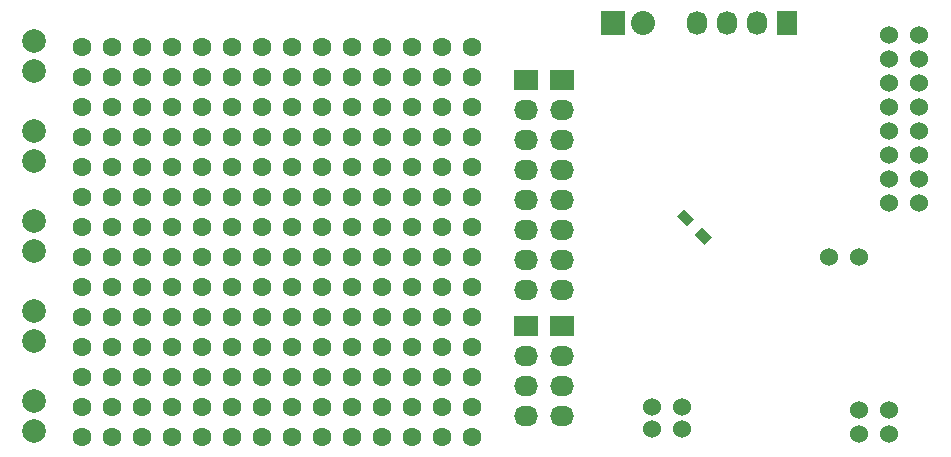
<source format=gbs>
G04 #@! TF.FileFunction,Soldermask,Bot*
%FSLAX46Y46*%
G04 Gerber Fmt 4.6, Leading zero omitted, Abs format (unit mm)*
G04 Created by KiCad (PCBNEW (2014-12-04 BZR 5312)-product) date 8/01/2015 8:05:32 PM*
%MOMM*%
G01*
G04 APERTURE LIST*
%ADD10C,0.100000*%
%ADD11C,1.600000*%
%ADD12R,2.032000X2.032000*%
%ADD13O,2.032000X2.032000*%
%ADD14R,2.032000X1.727200*%
%ADD15O,2.032000X1.727200*%
%ADD16C,1.524000*%
%ADD17R,1.727200X2.032000*%
%ADD18O,1.727200X2.032000*%
%ADD19C,1.998980*%
G04 APERTURE END LIST*
D10*
D11*
X152400000Y-60960000D03*
X154940000Y-60960000D03*
X152400000Y-63500000D03*
X154940000Y-63500000D03*
X121920000Y-86360000D03*
X124460000Y-86360000D03*
X127000000Y-86360000D03*
X129540000Y-86360000D03*
X121920000Y-88900000D03*
X124460000Y-88900000D03*
X127000000Y-88900000D03*
X129540000Y-88900000D03*
X121920000Y-91440000D03*
X124460000Y-91440000D03*
X127000000Y-91440000D03*
X129540000Y-91440000D03*
X121920000Y-93980000D03*
X124460000Y-93980000D03*
X127000000Y-93980000D03*
X129540000Y-93980000D03*
D12*
X166878000Y-58928000D03*
D13*
X169418000Y-58928000D03*
D14*
X159512000Y-63754000D03*
D15*
X159512000Y-66294000D03*
X159512000Y-68834000D03*
X159512000Y-71374000D03*
X159512000Y-73914000D03*
X159512000Y-76454000D03*
X159512000Y-78994000D03*
X159512000Y-81534000D03*
D14*
X162560000Y-63754000D03*
D15*
X162560000Y-66294000D03*
X162560000Y-68834000D03*
X162560000Y-71374000D03*
X162560000Y-73914000D03*
X162560000Y-76454000D03*
X162560000Y-78994000D03*
X162560000Y-81534000D03*
D16*
X192786000Y-59944000D03*
X190246000Y-59944000D03*
X192786000Y-61976000D03*
X190246000Y-61976000D03*
X192786000Y-64008000D03*
X190246000Y-64008000D03*
X192786000Y-66040000D03*
X190246000Y-66040000D03*
X192786000Y-68072000D03*
X190246000Y-68072000D03*
X192786000Y-70104000D03*
X190246000Y-70104000D03*
X192786000Y-72136000D03*
X190246000Y-72136000D03*
X192786000Y-74168000D03*
X190246000Y-74168000D03*
X185166000Y-78740000D03*
X187706000Y-78740000D03*
X170180000Y-91440000D03*
X172720000Y-91440000D03*
X170180000Y-93345000D03*
X172720000Y-93345000D03*
X187706000Y-91694000D03*
X190246000Y-91694000D03*
X187706000Y-93726000D03*
X190246000Y-93726000D03*
D10*
G36*
X172215721Y-75316117D02*
X172852117Y-74679721D01*
X173700645Y-75528249D01*
X173064249Y-76164645D01*
X172215721Y-75316117D01*
X172215721Y-75316117D01*
G37*
G36*
X173771355Y-76871751D02*
X174407751Y-76235355D01*
X175256279Y-77083883D01*
X174619883Y-77720279D01*
X173771355Y-76871751D01*
X173771355Y-76871751D01*
G37*
D14*
X159512000Y-84582000D03*
D15*
X159512000Y-87122000D03*
X159512000Y-89662000D03*
X159512000Y-92202000D03*
D14*
X162560000Y-84582000D03*
D15*
X162560000Y-87122000D03*
X162560000Y-89662000D03*
X162560000Y-92202000D03*
D17*
X181610000Y-58928000D03*
D18*
X179070000Y-58928000D03*
X176530000Y-58928000D03*
X173990000Y-58928000D03*
D19*
X117856000Y-60452000D03*
X117856000Y-68072000D03*
X117856000Y-75692000D03*
X117856000Y-83312000D03*
X117856000Y-90932000D03*
X117856000Y-62992000D03*
X117856000Y-70612000D03*
X117856000Y-78232000D03*
X117856000Y-85852000D03*
X117856000Y-93472000D03*
D11*
X121920000Y-76200000D03*
X124460000Y-76200000D03*
X127000000Y-76200000D03*
X129540000Y-76200000D03*
X121920000Y-78740000D03*
X124460000Y-78740000D03*
X127000000Y-78740000D03*
X129540000Y-78740000D03*
X121920000Y-81280000D03*
X124460000Y-81280000D03*
X127000000Y-81280000D03*
X129540000Y-81280000D03*
X121920000Y-83820000D03*
X124460000Y-83820000D03*
X127000000Y-83820000D03*
X129540000Y-83820000D03*
X121920000Y-66040000D03*
X124460000Y-66040000D03*
X127000000Y-66040000D03*
X129540000Y-66040000D03*
X121920000Y-68580000D03*
X124460000Y-68580000D03*
X127000000Y-68580000D03*
X129540000Y-68580000D03*
X121920000Y-71120000D03*
X124460000Y-71120000D03*
X127000000Y-71120000D03*
X129540000Y-71120000D03*
X121920000Y-73660000D03*
X124460000Y-73660000D03*
X127000000Y-73660000D03*
X129540000Y-73660000D03*
X132080000Y-66040000D03*
X134620000Y-66040000D03*
X137160000Y-66040000D03*
X139700000Y-66040000D03*
X132080000Y-68580000D03*
X134620000Y-68580000D03*
X137160000Y-68580000D03*
X139700000Y-68580000D03*
X132080000Y-71120000D03*
X134620000Y-71120000D03*
X137160000Y-71120000D03*
X139700000Y-71120000D03*
X132080000Y-73660000D03*
X134620000Y-73660000D03*
X137160000Y-73660000D03*
X139700000Y-73660000D03*
X132080000Y-76200000D03*
X134620000Y-76200000D03*
X137160000Y-76200000D03*
X139700000Y-76200000D03*
X132080000Y-78740000D03*
X134620000Y-78740000D03*
X137160000Y-78740000D03*
X139700000Y-78740000D03*
X132080000Y-81280000D03*
X134620000Y-81280000D03*
X137160000Y-81280000D03*
X139700000Y-81280000D03*
X132080000Y-83820000D03*
X134620000Y-83820000D03*
X137160000Y-83820000D03*
X139700000Y-83820000D03*
X132080000Y-86360000D03*
X134620000Y-86360000D03*
X137160000Y-86360000D03*
X139700000Y-86360000D03*
X132080000Y-88900000D03*
X134620000Y-88900000D03*
X137160000Y-88900000D03*
X139700000Y-88900000D03*
X132080000Y-91440000D03*
X134620000Y-91440000D03*
X137160000Y-91440000D03*
X139700000Y-91440000D03*
X132080000Y-93980000D03*
X134620000Y-93980000D03*
X137160000Y-93980000D03*
X139700000Y-93980000D03*
X142240000Y-66040000D03*
X144780000Y-66040000D03*
X147320000Y-66040000D03*
X149860000Y-66040000D03*
X142240000Y-68580000D03*
X144780000Y-68580000D03*
X147320000Y-68580000D03*
X149860000Y-68580000D03*
X142240000Y-71120000D03*
X144780000Y-71120000D03*
X147320000Y-71120000D03*
X149860000Y-71120000D03*
X142240000Y-73660000D03*
X144780000Y-73660000D03*
X147320000Y-73660000D03*
X149860000Y-73660000D03*
X142240000Y-76200000D03*
X144780000Y-76200000D03*
X147320000Y-76200000D03*
X149860000Y-76200000D03*
X142240000Y-78740000D03*
X144780000Y-78740000D03*
X147320000Y-78740000D03*
X149860000Y-78740000D03*
X142240000Y-81280000D03*
X144780000Y-81280000D03*
X147320000Y-81280000D03*
X149860000Y-81280000D03*
X142240000Y-83820000D03*
X144780000Y-83820000D03*
X147320000Y-83820000D03*
X149860000Y-83820000D03*
X142240000Y-86360000D03*
X144780000Y-86360000D03*
X147320000Y-86360000D03*
X149860000Y-86360000D03*
X142240000Y-88900000D03*
X144780000Y-88900000D03*
X147320000Y-88900000D03*
X149860000Y-88900000D03*
X142240000Y-91440000D03*
X144780000Y-91440000D03*
X147320000Y-91440000D03*
X149860000Y-91440000D03*
X142240000Y-93980000D03*
X144780000Y-93980000D03*
X147320000Y-93980000D03*
X149860000Y-93980000D03*
X121920000Y-60960000D03*
X124460000Y-60960000D03*
X127000000Y-60960000D03*
X129540000Y-60960000D03*
X121920000Y-63500000D03*
X124460000Y-63500000D03*
X127000000Y-63500000D03*
X129540000Y-63500000D03*
X132080000Y-60960000D03*
X134620000Y-60960000D03*
X137160000Y-60960000D03*
X139700000Y-60960000D03*
X132080000Y-63500000D03*
X134620000Y-63500000D03*
X137160000Y-63500000D03*
X139700000Y-63500000D03*
X142240000Y-60960000D03*
X144780000Y-60960000D03*
X147320000Y-60960000D03*
X149860000Y-60960000D03*
X142240000Y-63500000D03*
X144780000Y-63500000D03*
X147320000Y-63500000D03*
X149860000Y-63500000D03*
X152400000Y-93980000D03*
X152400000Y-91440000D03*
X152400000Y-88900000D03*
X152400000Y-86360000D03*
X154940000Y-93980000D03*
X154940000Y-91440000D03*
X154940000Y-88900000D03*
X154940000Y-86360000D03*
X152400000Y-83820000D03*
X152400000Y-81280000D03*
X152400000Y-78740000D03*
X152400000Y-76200000D03*
X154940000Y-83820000D03*
X154940000Y-81280000D03*
X154940000Y-78740000D03*
X154940000Y-76200000D03*
X152400000Y-73660000D03*
X152400000Y-71120000D03*
X152400000Y-68580000D03*
X152400000Y-66040000D03*
X154940000Y-73660000D03*
X154940000Y-71120000D03*
X154940000Y-68580000D03*
X154940000Y-66040000D03*
M02*

</source>
